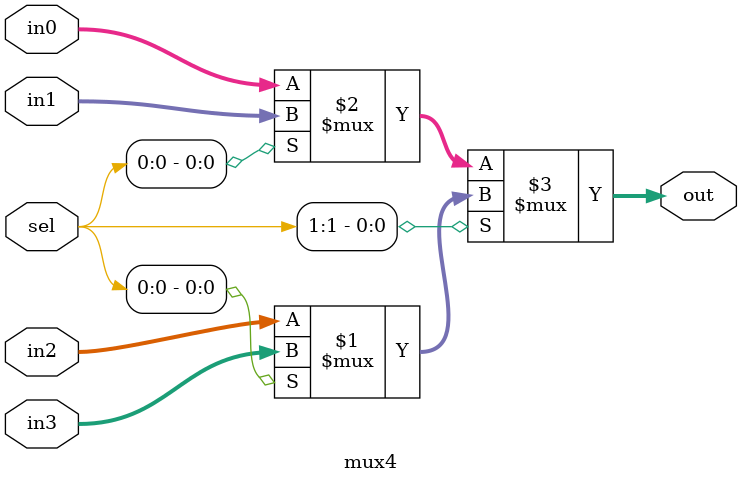
<source format=v>
module mux4(out, in0, in1, in2, in3, sel);

input [1:0] sel;
input [31:0] in0, in1, in2, in3;
output [31:0] out;

assign out = sel[1] ? (sel[0] ? in3 : in2) : (sel[0] ? in1 : in0);

endmodule
</source>
